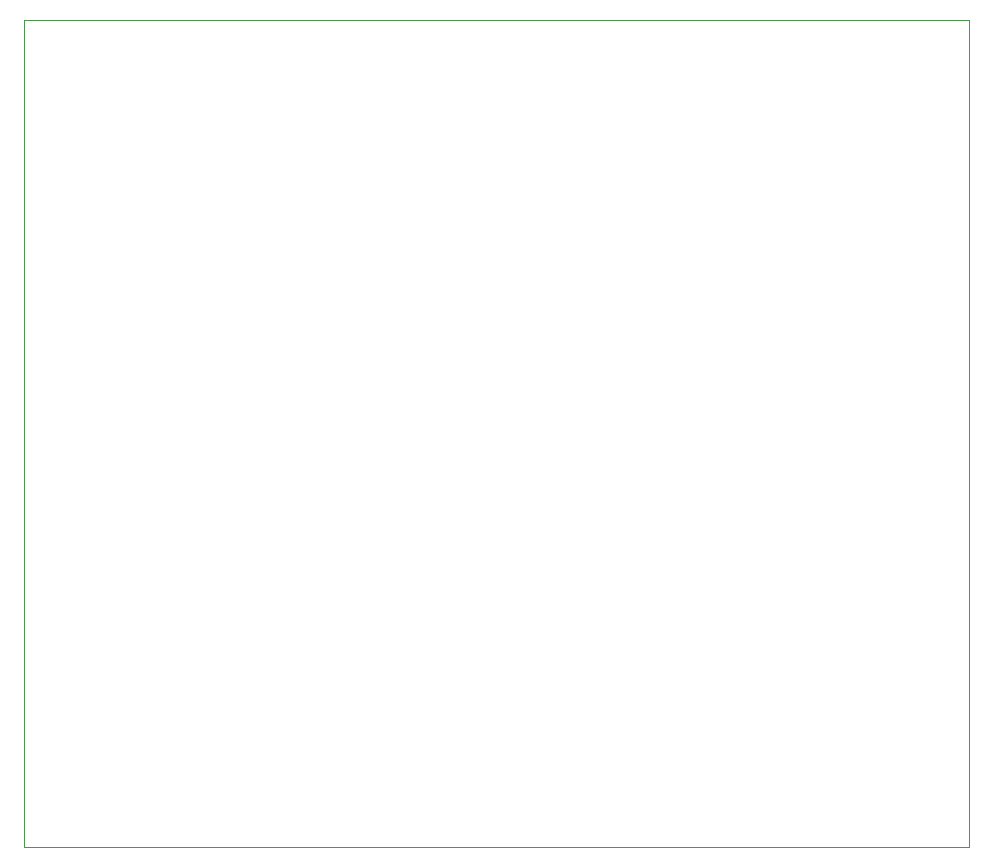
<source format=gbr>
G04*
G04 #@! TF.GenerationSoftware,Altium Limited,Altium Designer,22.5.1 (42)*
G04*
G04 Layer_Color=0*
%FSLAX25Y25*%
%MOIN*%
G70*
G04*
G04 #@! TF.SameCoordinates,91A7FE34-10BD-4EC3-A0F0-FFE04F3D5F1F*
G04*
G04*
G04 #@! TF.FilePolarity,Positive*
G04*
G01*
G75*
%ADD23C,0.00100*%
D23*
X0Y0D02*
X314961D01*
Y275590D01*
X0D01*
Y0D01*
M02*

</source>
